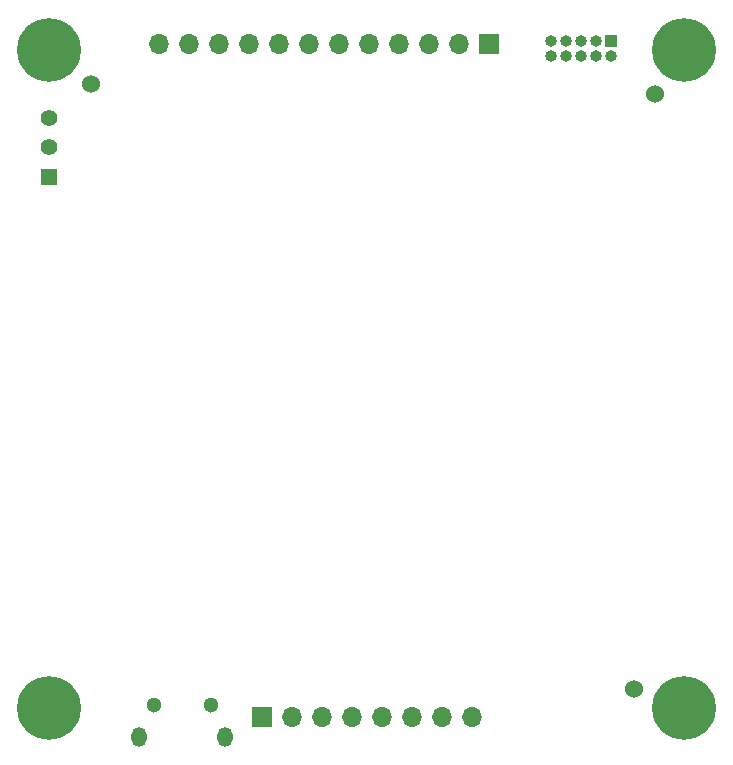
<source format=gbr>
%TF.GenerationSoftware,KiCad,Pcbnew,(5.1.9)-1*%
%TF.CreationDate,2021-05-17T17:29:26-07:00*%
%TF.ProjectId,dev_test_board_v1,6465765f-7465-4737-945f-626f6172645f,rev?*%
%TF.SameCoordinates,Original*%
%TF.FileFunction,Soldermask,Bot*%
%TF.FilePolarity,Negative*%
%FSLAX46Y46*%
G04 Gerber Fmt 4.6, Leading zero omitted, Abs format (unit mm)*
G04 Created by KiCad (PCBNEW (5.1.9)-1) date 2021-05-17 17:29:26*
%MOMM*%
%LPD*%
G01*
G04 APERTURE LIST*
%ADD10C,1.300000*%
%ADD11O,1.300000X1.700000*%
%ADD12C,1.524000*%
%ADD13R,1.400000X1.400000*%
%ADD14C,1.400000*%
%ADD15C,5.400000*%
%ADD16C,0.800000*%
%ADD17R,1.000000X1.000000*%
%ADD18O,1.000000X1.000000*%
%ADD19R,1.700000X1.700000*%
%ADD20O,1.700000X1.700000*%
G04 APERTURE END LIST*
D10*
%TO.C,J1*%
X202575000Y-124500000D03*
X207425000Y-124500000D03*
D11*
X201375000Y-127150000D03*
X208625000Y-127150000D03*
%TD*%
D12*
%TO.C,REF\u002A\u002A*%
X243250000Y-123150000D03*
%TD*%
%TO.C,REF\u002A\u002A*%
X197300000Y-71850000D03*
%TD*%
%TO.C,REF\u002A\u002A*%
X197300000Y-71850000D03*
%TD*%
%TO.C,REF\u002A\u002A*%
X245000000Y-72750000D03*
%TD*%
D13*
%TO.C,SW1*%
X193750000Y-79750000D03*
D14*
X193750000Y-77250000D03*
X193750000Y-74750000D03*
%TD*%
D15*
%TO.C,H1*%
X247500000Y-69000000D03*
D16*
X249525000Y-69000000D03*
X248931891Y-70431891D03*
X247500000Y-71025000D03*
X246068109Y-70431891D03*
X245475000Y-69000000D03*
X246068109Y-67568109D03*
X247500000Y-66975000D03*
X248931891Y-67568109D03*
%TD*%
%TO.C,H2*%
X195181891Y-67568109D03*
X193750000Y-66975000D03*
X192318109Y-67568109D03*
X191725000Y-69000000D03*
X192318109Y-70431891D03*
X193750000Y-71025000D03*
X195181891Y-70431891D03*
X195775000Y-69000000D03*
D15*
X193750000Y-69000000D03*
%TD*%
D16*
%TO.C,H3*%
X195181891Y-123318109D03*
X193750000Y-122725000D03*
X192318109Y-123318109D03*
X191725000Y-124750000D03*
X192318109Y-126181891D03*
X193750000Y-126775000D03*
X195181891Y-126181891D03*
X195775000Y-124750000D03*
D15*
X193750000Y-124750000D03*
%TD*%
%TO.C,H4*%
X247500000Y-124750000D03*
D16*
X249525000Y-124750000D03*
X248931891Y-126181891D03*
X247500000Y-126775000D03*
X246068109Y-126181891D03*
X245475000Y-124750000D03*
X246068109Y-123318109D03*
X247500000Y-122725000D03*
X248931891Y-123318109D03*
%TD*%
D17*
%TO.C,J2*%
X241290000Y-68250000D03*
D18*
X241290000Y-69520000D03*
X240020000Y-68250000D03*
X240020000Y-69520000D03*
X238750000Y-68250000D03*
X238750000Y-69520000D03*
X237480000Y-68250000D03*
X237480000Y-69520000D03*
X236210000Y-68250000D03*
X236210000Y-69520000D03*
%TD*%
D19*
%TO.C,J3*%
X211750000Y-125500000D03*
D20*
X214290000Y-125500000D03*
X216830000Y-125500000D03*
X219370000Y-125500000D03*
X221910000Y-125500000D03*
X224450000Y-125500000D03*
X226990000Y-125500000D03*
X229530000Y-125500000D03*
%TD*%
D19*
%TO.C,J4*%
X231000000Y-68500000D03*
D20*
X228460000Y-68500000D03*
X225920000Y-68500000D03*
X223380000Y-68500000D03*
X220840000Y-68500000D03*
X218300000Y-68500000D03*
X215760000Y-68500000D03*
X213220000Y-68500000D03*
X210680000Y-68500000D03*
X208140000Y-68500000D03*
X205600000Y-68500000D03*
X203060000Y-68500000D03*
%TD*%
M02*

</source>
